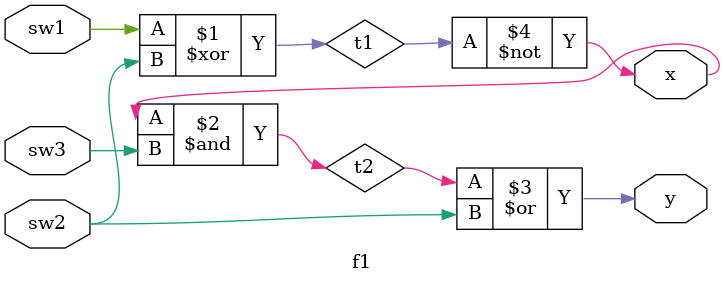
<source format=v>
module f1(x,y,sw1,sw2,sw3);
	input sw1, sw2, sw3; output x, y;
	wire t1, t2;
	xor x1(t1, sw1,sw2); // (output, input(s))
	not n1(x,t1);
	and a1(t2, x, sw3);
	or o1(y,t2,sw2);
endmodule
</source>
